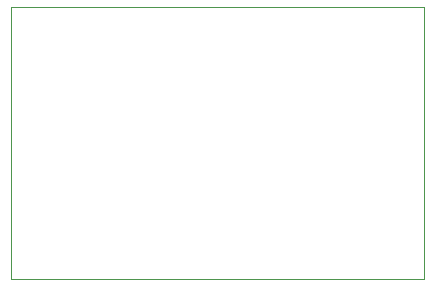
<source format=gbr>
%TF.GenerationSoftware,KiCad,Pcbnew,7.0.9*%
%TF.CreationDate,2023-11-29T13:30:04+01:00*%
%TF.ProjectId,Wzmacniacz r__nicowy do PW3015 ver.3,577a6d61-636e-4696-9163-7a2072f37c6e,rev?*%
%TF.SameCoordinates,Original*%
%TF.FileFunction,Profile,NP*%
%FSLAX46Y46*%
G04 Gerber Fmt 4.6, Leading zero omitted, Abs format (unit mm)*
G04 Created by KiCad (PCBNEW 7.0.9) date 2023-11-29 13:30:04*
%MOMM*%
%LPD*%
G01*
G04 APERTURE LIST*
%TA.AperFunction,Profile*%
%ADD10C,0.100000*%
%TD*%
G04 APERTURE END LIST*
D10*
X164000000Y-90000000D02*
X199000000Y-90000000D01*
X199000000Y-113000000D01*
X164000000Y-113000000D01*
X164000000Y-90000000D01*
M02*

</source>
